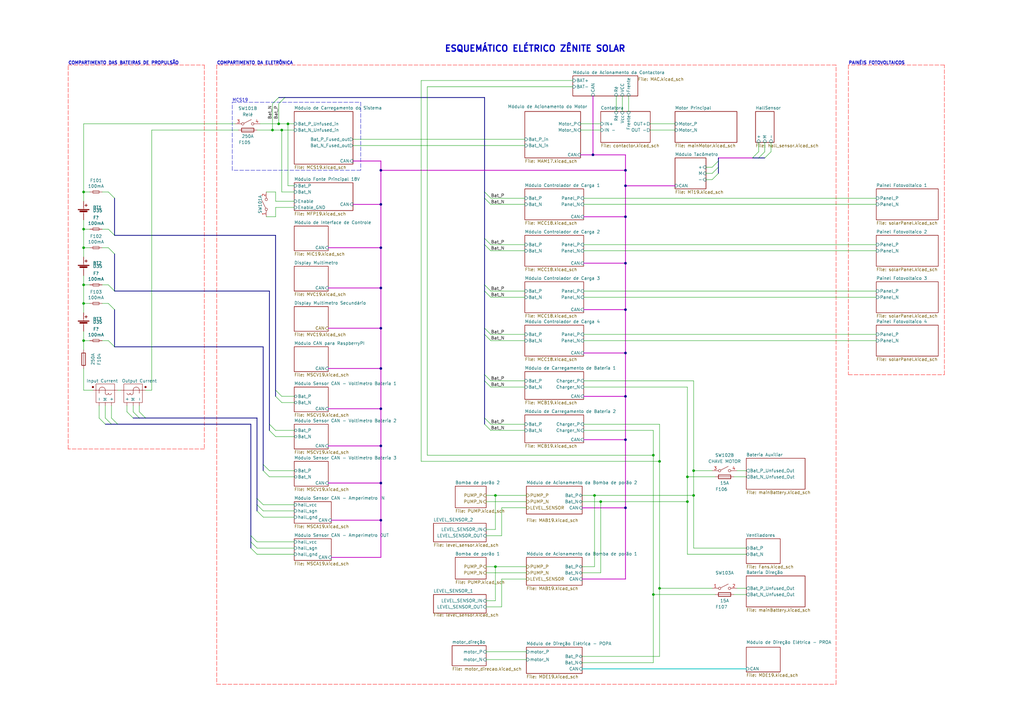
<source format=kicad_sch>
(kicad_sch (version 20211123) (generator eeschema)
  (paper "A3")
  (lib_symbols
    (symbol "Device:Battery_Cell" (pin_numbers hide) (pin_names (offset 0) hide)
      (property "Reference" "BT" (at 2.54 2.54 0))
      (property "Value" "Battery_Cell" (at 2.54 0 0))
      (symbol "Battery_Cell_0_1"
        (rectangle (start -2.286 1.778) (end 2.286 1.524) (fill (type outline)))
        (rectangle (start -1.5748 1.1938) (end 1.4732 0.6858) (fill (type outline)))
        (polyline (pts (xy 0 0.762) (xy 0 0)))
        (polyline (pts (xy 0 1.778) (xy 0 2.54)))
        (polyline (pts (xy 0.508 3.429) (xy 1.524 3.429)) (stroke (width 0.254)))
        (polyline (pts (xy 1.016 3.937) (xy 1.016 2.921)) (stroke (width 0.254)))
      )
      (symbol "Battery_Cell_1_1"
        (pin passive line (at 0 5.08 270) (length 2.54) (name "+") (number "1"))
        (pin passive line (at 0 -2.54 90) (length 2.54) (name "-") (number "2"))
      )
    )
    (symbol "Device:Fuse" (pin_numbers hide) (pin_names (offset 0))
      (property "Reference" "F" (at 2.032 0 90))
      (property "Value" "Fuse" (at -1.905 0 90))
      (symbol "Fuse_0_1"
        (rectangle (start -0.762 -2.54) (end 0.762 2.54) (stroke (width 0.254)))
        (polyline (pts (xy 0 2.54) (xy 0 -2.54)))
      )
      (symbol "Fuse_1_1"
        (pin passive line (at 0 3.81 270) (length 1.27) (name "~") (number "1"))
        (pin passive line (at 0 -3.81 90) (length 1.27) (name "~") (number "2"))
      )
    )
    (symbol "Device:Fuse_Small" (pin_numbers hide) (pin_names (offset 0.254) hide)
      (property "Reference" "F" (at 0 -1.524 0))
      (property "Value" "Fuse_Small" (at 0 1.524 0))
      (symbol "Fuse_Small_0_1"
        (rectangle (start -1.27 0.508) (end 1.27 -0.508))
        (polyline (pts (xy -1.27 0) (xy 1.27 0)))
      )
      (symbol "Fuse_Small_1_1"
        (pin passive line (at -2.54 0 0) (length 1.27) (name "~") (number "1"))
        (pin passive line (at 2.54 0 180) (length 1.27) (name "~") (number "2"))
      )
    )
    (symbol "New_Library:linear_coupler" (pin_numbers hide)
      (property "Reference" "U" (at -3.81 0 90))
      (symbol "linear_coupler_0_1"
        (rectangle (start -3.81 3.81) (end 3.81 -3.81))
        (circle (center -2.54 -5.08) (radius 0.3513) (fill (type outline)))
        (arc (start -2.54 -1.27) (mid -2.168 -2.168) (end -1.27 -2.54))
        (arc (start -1.27 0) (mid -2.168 -0.372) (end -2.54 -1.27))
        (polyline (pts (xy -1.27 -3.81) (xy -1.27 3.81)))
        (polyline (pts (xy -1.27 -2.54) (xy 0 -2.54)))
        (polyline (pts (xy -1.27 0) (xy 0 0)))
        (arc (start 0 0) (mid 0.6735 0.635) (end 0 1.27))
        (arc (start 0 1.27) (mid 0.6861 1.905) (end 0 2.54))
      )
      (symbol "linear_coupler_1_1"
        (pin passive line (at -1.27 5.08 270) (length 1.27) (name "") (number "1"))
        (pin passive line (at -1.27 -5.08 90) (length 1.27) (name "") (number "2"))
        (pin power_in line (at 5.08 2.54 180) (length 1.27) (name "+") (number "3"))
        (pin output line (at 5.08 0 180) (length 1.27) (name "M") (number "4"))
        (pin power_in line (at 5.08 -2.54 180) (length 1.27) (name "-") (number "5"))
      )
    )
    (symbol "Switch:SW_DPST_x2" (pin_names (offset 0) hide)
      (property "Reference" "SW" (at 0 3.175 0))
      (property "Value" "SW_DPST_x2" (at 0 -2.54 0))
      (symbol "SW_DPST_x2_0_0"
        (circle (center -2.032 0) (radius 0.508))
        (polyline (pts (xy -1.524 0.254) (xy 1.524 1.778)))
        (circle (center 2.032 0) (radius 0.508))
      )
      (symbol "SW_DPST_x2_1_1"
        (pin passive line (at -5.08 0 0) (length 2.54) (name "A") (number "1"))
        (pin passive line (at 5.08 0 180) (length 2.54) (name "B") (number "2"))
      )
      (symbol "SW_DPST_x2_2_1"
        (pin passive line (at -5.08 0 0) (length 2.54) (name "A") (number "3"))
        (pin passive line (at 5.08 0 180) (length 2.54) (name "B") (number "4"))
      )
    )
    (symbol "linear_coupler_1" (pin_numbers hide)
      (property "Reference" "U" (at -3.81 0 90))
      (symbol "linear_coupler_1_0_1"
        (rectangle (start -3.81 3.81) (end 3.81 -3.81))
        (circle (center -2.54 -5.08) (radius 0.3513) (fill (type outline)))
        (arc (start -2.54 -1.27) (mid -2.168 -2.168) (end -1.27 -2.54))
        (arc (start -1.27 0) (mid -2.168 -0.372) (end -2.54 -1.27))
        (polyline (pts (xy -1.27 -3.81) (xy -1.27 3.81)))
        (polyline (pts (xy -1.27 -2.54) (xy 0 -2.54)))
        (polyline (pts (xy -1.27 0) (xy 0 0)))
        (arc (start 0 0) (mid 0.6735 0.635) (end 0 1.27))
        (arc (start 0 1.27) (mid 0.6861 1.905) (end 0 2.54))
      )
      (symbol "linear_coupler_1_1_1"
        (pin passive line (at -1.27 5.08 270) (length 1.27) (name "") (number "1"))
        (pin passive line (at -1.27 -5.08 90) (length 1.27) (name "") (number "2"))
        (pin power_in line (at 5.08 2.54 180) (length 1.27) (name "+") (number "3"))
        (pin output line (at 5.08 0 180) (length 1.27) (name "M") (number "4"))
        (pin power_in line (at 5.08 -2.54 180) (length 1.27) (name "-") (number "5"))
      )
    )
  )
  (junction (at 34.29 116.84))
  (junction (at 243.205 63.5))
  (junction (at 256.54 127))
  (junction (at 114.3 50.8))
  (junction (at 203.2 232.41))
  (junction (at 256.54 107.95))
  (junction (at 256.54 180.34))
  (junction (at 256.54 88.9))
  (junction (at 156.21 151.13))
  (junction (at 34.29 124.46))
  (junction (at 156.21 182.88))
  (junction (at 115.57 53.34))
  (junction (at 156.21 69.85))
  (junction (at 156.21 118.11))
  (junction (at 156.21 167.64))
  (junction (at 156.21 134.62))
  (junction (at 281.94 195.58))
  (junction (at 156.21 101.6))
  (junction (at 256.54 144.78))
  (junction (at 281.94 205.74))
  (junction (at 256.54 69.85))
  (junction (at 256.54 162.56))
  (junction (at 267.97 186.69))
  (junction (at 118.11 50.8))
  (junction (at 34.29 78.74))
  (junction (at 284.48 203.2))
  (junction (at 284.48 193.04))
  (junction (at 243.84 203.2))
  (junction (at 267.97 243.84))
  (junction (at 156.21 213.36))
  (junction (at 34.29 93.98))
  (junction (at 156.21 198.12))
  (junction (at 156.21 83.82))
  (junction (at 270.51 189.23))
  (junction (at 34.29 101.6))
  (junction (at 256.54 208.28))
  (junction (at 203.2 203.2))
  (junction (at 111.76 53.34))
  (junction (at 270.51 241.3))
  (junction (at 256.54 76.2))
  (junction (at 246.38 205.74))
  (junction (at 34.29 139.7))
  (bus_entry (at 198.755 116.84) (size 2.54 2.54))
  (bus_entry (at 107.95 207.01) (size -2.54 -2.54))
  (bus_entry (at 316.23 62.23) (size -2.54 2.54))
  (bus_entry (at 113.03 176.53) (size -2.54 -2.54))
  (bus_entry (at 46.99 127) (size -2.54 -2.54))
  (bus_entry (at 198.755 97.79) (size 2.54 2.54))
  (bus_entry (at 113.03 162.56) (size 2.54 2.54))
  (bus_entry (at 313.69 62.23) (size -2.54 2.54))
  (bus_entry (at 102.87 222.25) (size 2.54 2.54))
  (bus_entry (at 198.755 153.67) (size 2.54 2.54))
  (bus_entry (at 114.3 42.545) (size 2.54 -2.54))
  (bus_entry (at 46.99 142.24) (size -2.54 -2.54))
  (bus_entry (at 198.755 173.99) (size 2.54 2.54))
  (bus_entry (at 110.49 176.53) (size 2.54 2.54))
  (bus_entry (at 111.76 42.545) (size 2.54 -2.54))
  (bus_entry (at 292.1 71.12) (size 2.54 -2.54))
  (bus_entry (at 198.755 171.45) (size 2.54 2.54))
  (bus_entry (at 198.755 119.38) (size 2.54 2.54))
  (bus_entry (at 57.15 168.91) (size 2.54 2.54))
  (bus_entry (at 40.64 171.45) (size 2.54 2.54))
  (bus_entry (at 45.72 171.45) (size 2.54 2.54))
  (bus_entry (at 43.18 171.45) (size 2.54 2.54))
  (bus_entry (at 52.07 168.91) (size 2.54 2.54))
  (bus_entry (at 54.61 168.91) (size 2.54 2.54))
  (bus_entry (at 46.99 119.38) (size -2.54 -2.54))
  (bus_entry (at 198.755 100.33) (size 2.54 2.54))
  (bus_entry (at 105.41 209.55) (size 2.54 2.54))
  (bus_entry (at 292.1 73.66) (size 2.54 -2.54))
  (bus_entry (at 107.95 193.04) (size 2.54 2.54))
  (bus_entry (at 46.99 104.14) (size -2.54 -2.54))
  (bus_entry (at 198.755 137.16) (size 2.54 2.54))
  (bus_entry (at 198.755 81.28) (size 2.54 2.54))
  (bus_entry (at 102.87 224.79) (size 2.54 2.54))
  (bus_entry (at 46.99 81.28) (size -2.54 -2.54))
  (bus_entry (at 46.99 96.52) (size -2.54 -2.54))
  (bus_entry (at 115.57 162.56) (size -2.54 -2.54))
  (bus_entry (at 105.41 222.25) (size -2.54 -2.54))
  (bus_entry (at 198.755 134.62) (size 2.54 2.54))
  (bus_entry (at 311.15 62.23) (size -2.54 2.54))
  (bus_entry (at 198.755 156.21) (size 2.54 2.54))
  (bus_entry (at 110.49 193.04) (size -2.54 -2.54))
  (bus_entry (at 105.41 207.01) (size 2.54 2.54))
  (bus_entry (at 198.755 78.74) (size 2.54 2.54))
  (bus_entry (at 292.1 68.58) (size 2.54 -2.54))
  (wire (pts (xy 359.41 81.28) (xy 239.395 81.28)))
  (wire (pts (xy 41.91 124.46) (xy 44.45 124.46)))
  (wire (pts (xy 34.29 90.17) (xy 34.29 93.98)))
  (wire (pts (xy 201.295 81.28) (xy 215.265 81.28)))
  (polyline (pts (xy 95.25 69.85) (xy 95.25 41.91)))
  (wire (pts (xy 252.73 39.37) (xy 252.73 45.72)))
  (wire (pts (xy 199.39 270.51) (xy 215.9 270.51)))
  (wire (pts (xy 34.29 93.98) (xy 36.83 93.98)))
  (wire (pts (xy 201.295 137.16) (xy 215.265 137.16)))
  (wire (pts (xy 43.18 166.37) (xy 43.18 171.45)))
  (bus (pts (xy 256.54 76.2) (xy 276.86 76.2)) (stroke (width 0) (color 194 0 194 1)))
  (bus (pts (xy 156.21 101.6) (xy 156.21 118.11)) (stroke (width 0) (color 194 0 194 1)))
  (wire (pts (xy 199.39 219.71) (xy 205.74 219.71)))
  (polyline (pts (xy 387.35 153.67) (xy 387.35 26.67)) (stroke (width 0) (color 255 0 0 1)))
  (bus (pts (xy 198.755 81.28) (xy 198.755 97.79)))
  (wire (pts (xy 239.395 139.7) (xy 359.41 139.7)))
  (wire (pts (xy 105.41 224.79) (xy 120.65 224.79)))
  (bus (pts (xy 198.755 119.38) (xy 198.755 134.62)))
  (wire (pts (xy 267.97 271.78) (xy 238.76 271.78)))
  (wire (pts (xy 359.41 100.33) (xy 239.395 100.33)))
  (polyline (pts (xy 88.9 280.67) (xy 342.9 280.67)) (stroke (width 0) (color 255 0 0 1)))
  (bus (pts (xy 156.21 69.85) (xy 156.21 83.82)) (stroke (width 0) (color 194 0 194 1)))
  (bus (pts (xy 134.62 151.13) (xy 156.21 151.13)) (stroke (width 0) (color 194 0 194 1)))
  (wire (pts (xy 120.65 76.2) (xy 118.11 76.2)))
  (wire (pts (xy 270.51 241.3) (xy 270.51 269.24)))
  (bus (pts (xy 198.755 97.79) (xy 198.755 100.33)))
  (wire (pts (xy 113.03 176.53) (xy 120.65 176.53)))
  (wire (pts (xy 238.76 269.24) (xy 270.51 269.24)))
  (polyline (pts (xy 88.9 26.67) (xy 88.9 280.67)) (stroke (width 0) (color 255 0 0 1)))
  (wire (pts (xy 239.395 102.87) (xy 359.41 102.87)))
  (wire (pts (xy 36.83 139.7) (xy 34.29 139.7)))
  (bus (pts (xy 156.21 118.11) (xy 156.21 134.62)) (stroke (width 0) (color 194 0 194 1)))
  (wire (pts (xy 199.39 267.335) (xy 215.9 267.335)))
  (wire (pts (xy 266.7 53.34) (xy 276.86 53.34)))
  (wire (pts (xy 201.295 158.75) (xy 215.265 158.75)))
  (wire (pts (xy 238.76 234.95) (xy 246.38 234.95)))
  (bus (pts (xy 110.49 173.99) (xy 110.49 176.53)))
  (wire (pts (xy 114.3 50.8) (xy 118.11 50.8)))
  (wire (pts (xy 243.84 203.2) (xy 284.48 203.2)))
  (wire (pts (xy 36.83 116.84) (xy 34.29 116.84)))
  (wire (pts (xy 34.29 101.6) (xy 34.29 105.41)))
  (wire (pts (xy 238.76 232.41) (xy 243.84 232.41)))
  (wire (pts (xy 267.97 243.84) (xy 293.37 243.84)))
  (bus (pts (xy 114.3 40.005) (xy 116.84 40.005)))
  (bus (pts (xy 156.21 198.12) (xy 156.21 213.36)) (stroke (width 0) (color 194 0 194 1)))
  (bus (pts (xy 134.62 198.12) (xy 156.21 198.12)) (stroke (width 0) (color 194 0 194 1)))
  (wire (pts (xy 201.295 100.33) (xy 215.265 100.33)))
  (bus (pts (xy 57.15 171.45) (xy 59.69 171.45)))
  (wire (pts (xy 34.29 151.13) (xy 34.29 160.02)))
  (wire (pts (xy 238.125 50.8) (xy 246.38 50.8)))
  (bus (pts (xy 110.49 119.38) (xy 110.49 173.99)))
  (bus (pts (xy 256.54 69.85) (xy 256.54 76.2)) (stroke (width 0) (color 194 0 194 1)))
  (wire (pts (xy 239.395 158.75) (xy 281.94 158.75)))
  (polyline (pts (xy 342.9 280.67) (xy 342.9 26.67)) (stroke (width 0) (color 255 0 0 1)))
  (bus (pts (xy 198.755 40.005) (xy 198.755 78.74)))
  (bus (pts (xy 113.03 160.02) (xy 113.03 162.56)))
  (bus (pts (xy 102.87 219.71) (xy 102.87 173.99)))
  (wire (pts (xy 172.72 33.02) (xy 172.72 189.23)))
  (wire (pts (xy 115.57 165.1) (xy 120.65 165.1)))
  (wire (pts (xy 201.295 173.99) (xy 215.265 173.99)))
  (wire (pts (xy 239.395 156.21) (xy 284.48 156.21)))
  (wire (pts (xy 59.69 160.02) (xy 62.23 160.02)))
  (wire (pts (xy 52.07 166.37) (xy 52.07 168.91)))
  (bus (pts (xy 134.62 118.11) (xy 156.21 118.11)) (stroke (width 0) (color 194 0 194 1)))
  (bus (pts (xy 107.95 190.5) (xy 107.95 193.04)))
  (wire (pts (xy 281.94 227.33) (xy 306.07 227.33)))
  (bus (pts (xy 113.03 96.52) (xy 113.03 160.02)))
  (wire (pts (xy 105.41 227.33) (xy 120.65 227.33)))
  (wire (pts (xy 201.295 102.87) (xy 215.265 102.87)))
  (wire (pts (xy 239.395 121.92) (xy 359.41 121.92)))
  (wire (pts (xy 203.2 232.41) (xy 215.9 232.41)))
  (wire (pts (xy 48.26 160.02) (xy 49.53 160.02)))
  (wire (pts (xy 34.29 78.74) (xy 34.29 82.55)))
  (wire (pts (xy 359.41 137.16) (xy 239.395 137.16)))
  (bus (pts (xy 198.755 171.45) (xy 198.755 173.99)))
  (wire (pts (xy 306.07 195.58) (xy 300.99 195.58)))
  (wire (pts (xy 203.2 246.38) (xy 203.2 232.41)))
  (wire (pts (xy 34.29 124.46) (xy 34.29 128.27)))
  (wire (pts (xy 113.03 82.55) (xy 113.03 78.74)))
  (bus (pts (xy 48.26 173.99) (xy 102.87 173.99)))
  (wire (pts (xy 281.94 205.74) (xy 246.38 205.74)))
  (bus (pts (xy 46.99 142.24) (xy 107.95 142.24)))
  (wire (pts (xy 113.03 78.74) (xy 109.22 78.74)))
  (bus (pts (xy 54.61 171.45) (xy 57.15 171.45)))
  (wire (pts (xy 284.48 203.2) (xy 284.48 193.04)))
  (wire (pts (xy 205.74 248.92) (xy 205.74 237.49)))
  (wire (pts (xy 257.81 39.37) (xy 257.81 45.72)))
  (wire (pts (xy 115.57 53.34) (xy 115.57 78.74)))
  (wire (pts (xy 289.56 68.58) (xy 292.1 68.58)))
  (bus (pts (xy 294.64 66.04) (xy 294.64 68.58)))
  (wire (pts (xy 201.295 121.92) (xy 215.265 121.92)))
  (bus (pts (xy 308.61 64.77) (xy 294.64 64.77)) (stroke (width 0) (color 194 0 194 1)))
  (bus (pts (xy 46.99 127) (xy 46.99 142.24)))
  (wire (pts (xy 62.23 53.34) (xy 97.79 53.34)))
  (wire (pts (xy 199.39 217.17) (xy 203.2 217.17)))
  (bus (pts (xy 256.54 76.2) (xy 256.54 88.9)) (stroke (width 0) (color 194 0 194 1)))
  (wire (pts (xy 144.78 57.15) (xy 215.265 57.15)))
  (wire (pts (xy 201.295 176.53) (xy 215.265 176.53)))
  (bus (pts (xy 134.62 182.88) (xy 156.21 182.88)) (stroke (width 0) (color 194 0 194 1)))
  (wire (pts (xy 281.94 205.74) (xy 281.94 227.33)))
  (wire (pts (xy 199.39 234.95) (xy 215.9 234.95)))
  (wire (pts (xy 175.26 35.56) (xy 234.95 35.56)))
  (bus (pts (xy 239.395 127) (xy 256.54 127)) (stroke (width 0) (color 194 0 194 1)))
  (polyline (pts (xy 387.35 26.67) (xy 347.98 26.67)) (stroke (width 0) (color 255 0 0 1)))
  (wire (pts (xy 111.76 53.34) (xy 115.57 53.34)))
  (wire (pts (xy 120.65 85.09) (xy 113.03 85.09)))
  (bus (pts (xy 198.755 137.16) (xy 198.755 153.67)))
  (wire (pts (xy 34.29 50.8) (xy 96.52 50.8)))
  (bus (pts (xy 156.21 167.64) (xy 156.21 182.88)) (stroke (width 0) (color 194 0 194 1)))
  (bus (pts (xy 239.395 180.34) (xy 256.54 180.34)) (stroke (width 0) (color 194 0 194 1)))
  (bus (pts (xy 256.54 208.28) (xy 256.54 237.49)) (stroke (width 0) (color 194 0 194 1)))
  (wire (pts (xy 255.27 39.37) (xy 255.27 45.72)))
  (bus (pts (xy 311.15 64.77) (xy 308.61 64.77)))
  (wire (pts (xy 199.39 246.38) (xy 203.2 246.38)))
  (bus (pts (xy 294.64 64.77) (xy 294.64 66.04)))
  (wire (pts (xy 203.2 203.2) (xy 215.9 203.2)))
  (wire (pts (xy 270.51 189.23) (xy 270.51 241.3)))
  (wire (pts (xy 34.29 113.03) (xy 34.29 116.84)))
  (bus (pts (xy 45.72 173.99) (xy 48.26 173.99)))
  (wire (pts (xy 302.26 241.3) (xy 306.07 241.3)))
  (polyline (pts (xy 83.82 184.15) (xy 27.94 184.15)) (stroke (width 0) (color 255 0 0 1)))
  (bus (pts (xy 198.755 153.67) (xy 198.755 156.21)))
  (wire (pts (xy 267.97 186.69) (xy 267.97 243.84)))
  (wire (pts (xy 246.38 205.74) (xy 246.38 234.95)))
  (bus (pts (xy 134.62 167.64) (xy 156.21 167.64)) (stroke (width 0) (color 194 0 194 1)))
  (wire (pts (xy 105.41 222.25) (xy 120.65 222.25)))
  (bus (pts (xy 243.205 63.5) (xy 256.54 63.5)) (stroke (width 0) (color 194 0 194 1)))
  (wire (pts (xy 36.83 101.6) (xy 34.29 101.6)))
  (bus (pts (xy 239.395 88.9) (xy 256.54 88.9)) (stroke (width 0) (color 194 0 194 1)))
  (wire (pts (xy 266.7 50.8) (xy 276.86 50.8)))
  (wire (pts (xy 115.57 162.56) (xy 120.65 162.56)))
  (wire (pts (xy 120.65 82.55) (xy 113.03 82.55)))
  (wire (pts (xy 281.94 158.75) (xy 281.94 195.58)))
  (wire (pts (xy 201.295 139.7) (xy 215.265 139.7)))
  (wire (pts (xy 267.97 176.53) (xy 267.97 186.69)))
  (wire (pts (xy 62.23 53.34) (xy 62.23 160.02)))
  (wire (pts (xy 34.29 93.98) (xy 34.29 101.6)))
  (wire (pts (xy 34.29 135.89) (xy 34.29 139.7)))
  (polyline (pts (xy 342.9 26.67) (xy 88.9 26.67)) (stroke (width 0) (color 255 0 0 1)))
  (wire (pts (xy 284.48 224.79) (xy 306.07 224.79)))
  (bus (pts (xy 134.62 134.62) (xy 156.21 134.62)) (stroke (width 0) (color 194 0 194 1)))
  (bus (pts (xy 156.21 198.12) (xy 156.21 182.88)) (stroke (width 0) (color 194 0 194 1)))
  (bus (pts (xy 156.21 151.13) (xy 156.21 167.64)) (stroke (width 0) (color 194 0 194 1)))
  (wire (pts (xy 144.78 59.69) (xy 215.265 59.69)))
  (wire (pts (xy 115.57 53.34) (xy 120.65 53.34)))
  (bus (pts (xy 135.89 213.36) (xy 156.21 213.36)) (stroke (width 0) (color 194 0 194 1)))
  (bus (pts (xy 156.21 134.62) (xy 156.21 151.13)) (stroke (width 0) (color 194 0 194 1)))
  (wire (pts (xy 292.1 193.04) (xy 284.48 193.04)))
  (wire (pts (xy 34.29 160.02) (xy 38.1 160.02)))
  (bus (pts (xy 198.755 116.84) (xy 198.755 119.38)))
  (wire (pts (xy 205.74 219.71) (xy 205.74 208.28)))
  (wire (pts (xy 293.37 195.58) (xy 281.94 195.58)))
  (wire (pts (xy 201.295 119.38) (xy 215.265 119.38)))
  (wire (pts (xy 41.91 116.84) (xy 44.45 116.84)))
  (bus (pts (xy 198.755 134.62) (xy 198.755 137.16)))
  (wire (pts (xy 106.68 50.8) (xy 114.3 50.8)))
  (bus (pts (xy 256.54 63.5) (xy 256.54 69.85)) (stroke (width 0) (color 194 0 194 1)))
  (bus (pts (xy 102.87 222.25) (xy 102.87 219.71)))
  (bus (pts (xy 156.21 213.36) (xy 156.21 228.6)) (stroke (width 0) (color 194 0 194 1)))
  (wire (pts (xy 118.11 50.8) (xy 118.11 76.2)))
  (wire (pts (xy 199.39 205.74) (xy 215.9 205.74)))
  (bus (pts (xy 239.395 162.56) (xy 256.54 162.56)) (stroke (width 0) (color 194 0 194 1)))
  (wire (pts (xy 41.91 93.98) (xy 44.45 93.98)))
  (wire (pts (xy 41.91 78.74) (xy 44.45 78.74)))
  (bus (pts (xy 46.99 119.38) (xy 110.49 119.38)))
  (wire (pts (xy 270.51 241.3) (xy 292.1 241.3)))
  (wire (pts (xy 107.95 209.55) (xy 120.65 209.55)))
  (wire (pts (xy 113.03 179.07) (xy 120.65 179.07)))
  (wire (pts (xy 34.29 50.8) (xy 34.29 78.74)))
  (wire (pts (xy 107.95 207.01) (xy 120.65 207.01)))
  (bus (pts (xy 43.18 173.99) (xy 45.72 173.99)))
  (wire (pts (xy 267.97 176.53) (xy 239.395 176.53)))
  (wire (pts (xy 45.72 166.37) (xy 45.72 171.45)))
  (bus (pts (xy 256.54 144.78) (xy 256.54 162.56)) (stroke (width 0) (color 194 0 194 1)))
  (wire (pts (xy 172.72 33.02) (xy 234.95 33.02)))
  (wire (pts (xy 284.48 203.2) (xy 284.48 224.79)))
  (wire (pts (xy 205.74 208.28) (xy 215.9 208.28)))
  (wire (pts (xy 239.395 173.99) (xy 270.51 173.99)))
  (bus (pts (xy 238.76 208.28) (xy 256.54 208.28)) (stroke (width 0) (color 194 0 194 1)))
  (bus (pts (xy 198.755 78.74) (xy 198.755 81.28)))
  (bus (pts (xy 256.54 107.95) (xy 256.54 127)) (stroke (width 0) (color 194 0 194 1)))
  (wire (pts (xy 199.39 203.2) (xy 203.2 203.2)))
  (wire (pts (xy 311.15 58.42) (xy 311.15 62.23)))
  (wire (pts (xy 110.49 193.04) (xy 120.65 193.04)))
  (wire (pts (xy 113.03 85.09) (xy 113.03 88.9)))
  (wire (pts (xy 54.61 166.37) (xy 54.61 168.91)))
  (polyline (pts (xy 147.955 69.85) (xy 95.25 69.85)))
  (wire (pts (xy 118.11 50.8) (xy 120.65 50.8)))
  (wire (pts (xy 199.39 232.41) (xy 203.2 232.41)))
  (bus (pts (xy 256.54 180.34) (xy 256.54 208.28)) (stroke (width 0) (color 194 0 194 1)))
  (bus (pts (xy 46.99 96.52) (xy 113.03 96.52)))
  (wire (pts (xy 34.29 139.7) (xy 34.29 143.51)))
  (wire (pts (xy 114.3 42.545) (xy 114.3 50.8)))
  (wire (pts (xy 239.395 83.82) (xy 359.41 83.82)))
  (bus (pts (xy 135.89 228.6) (xy 156.21 228.6)) (stroke (width 0) (color 194 0 194 1)))
  (bus (pts (xy 102.87 224.79) (xy 102.87 222.25)))
  (wire (pts (xy 306.07 243.84) (xy 300.99 243.84)))
  (wire (pts (xy 238.76 203.2) (xy 243.84 203.2)))
  (wire (pts (xy 205.74 237.49) (xy 215.9 237.49)))
  (bus (pts (xy 239.395 144.78) (xy 256.54 144.78)) (stroke (width 0) (color 194 0 194 1)))
  (bus (pts (xy 198.755 100.33) (xy 198.755 116.84)))
  (polyline (pts (xy 95.25 41.91) (xy 147.955 41.91)))
  (wire (pts (xy 238.76 205.74) (xy 246.38 205.74)))
  (wire (pts (xy 243.84 203.2) (xy 243.84 232.41)))
  (wire (pts (xy 36.83 124.46) (xy 34.29 124.46)))
  (wire (pts (xy 284.48 156.21) (xy 284.48 193.04)))
  (bus (pts (xy 144.78 83.82) (xy 156.21 83.82)) (stroke (width 0) (color 194 0 194 1)))
  (bus (pts (xy 238.125 63.5) (xy 243.205 63.5)) (stroke (width 0) (color 194 0 194 1)))
  (wire (pts (xy 113.03 88.9) (xy 109.22 88.9)))
  (wire (pts (xy 175.26 186.69) (xy 267.97 186.69)))
  (wire (pts (xy 270.51 173.99) (xy 270.51 189.23)))
  (bus (pts (xy 116.84 40.005) (xy 198.755 40.005)))
  (wire (pts (xy 289.56 71.12) (xy 292.1 71.12)))
  (bus (pts (xy 256.54 127) (xy 256.54 144.78)) (stroke (width 0) (color 194 0 194 1)))
  (bus (pts (xy 239.395 107.95) (xy 256.54 107.95)) (stroke (width 0) (color 194 0 194 1)))
  (wire (pts (xy 36.83 78.74) (xy 34.29 78.74)))
  (wire (pts (xy 34.29 116.84) (xy 34.29 124.46)))
  (bus (pts (xy 238.76 274.32) (xy 306.07 274.32)) (stroke (width 0) (color 0 194 194 1)))
  (bus (pts (xy 59.69 171.45) (xy 105.41 171.45)))
  (bus (pts (xy 238.76 237.49) (xy 256.54 237.49)) (stroke (width 0) (color 194 0 194 1)))
  (bus (pts (xy 256.54 162.56) (xy 256.54 180.34)) (stroke (width 0) (color 194 0 194 1)))
  (bus (pts (xy 294.64 68.58) (xy 294.64 71.12)))
  (wire (pts (xy 313.69 58.42) (xy 313.69 62.23)))
  (bus (pts (xy 256.54 88.9) (xy 256.54 107.95)) (stroke (width 0) (color 194 0 194 1)))
  (wire (pts (xy 107.95 212.09) (xy 120.65 212.09)))
  (bus (pts (xy 243.205 39.37) (xy 243.205 63.5)) (stroke (width 0) (color 194 0 194 1)))
  (bus (pts (xy 46.99 104.14) (xy 46.99 119.38)))
  (bus (pts (xy 105.41 209.55) (xy 105.41 207.01)))
  (wire (pts (xy 359.41 119.38) (xy 239.395 119.38)))
  (wire (pts (xy 172.72 189.23) (xy 270.51 189.23)))
  (wire (pts (xy 111.76 42.545) (xy 111.76 53.34)))
  (wire (pts (xy 120.65 78.74) (xy 115.57 78.74)))
  (wire (pts (xy 281.94 195.58) (xy 281.94 205.74)))
  (wire (pts (xy 267.97 243.84) (xy 267.97 271.78)))
  (polyline (pts (xy 27.94 26.67) (xy 83.82 26.67)) (stroke (width 0) (color 255 0 0 1)))
  (polyline (pts (xy 83.82 26.67) (xy 83.82 184.15)) (stroke (width 0) (color 255 0 0 1)))
  (wire (pts (xy 105.41 53.34) (xy 111.76 53.34)))
  (wire (pts (xy 306.07 193.04) (xy 302.26 193.04)))
  (polyline (pts (xy 27.94 184.15) (xy 27.94 26.67)) (stroke (width 0) (color 255 0 0 1)))
  (bus (pts (xy 156.21 66.04) (xy 156.21 69.85)) (stroke (width 0) (color 194 0 194 1)))
  (bus (pts (xy 134.62 101.6) (xy 156.21 101.6)) (stroke (width 0) (color 194 0 194 1)))
  (wire (pts (xy 289.56 73.66) (xy 292.1 73.66)))
  (wire (pts (xy 175.26 35.56) (xy 175.26 186.69)))
  (bus (pts (xy 107.95 142.24) (xy 107.95 190.5)))
  (wire (pts (xy 199.39 248.92) (xy 205.74 248.92)))
  (wire (pts (xy 201.295 156.21) (xy 215.265 156.21)))
  (polyline (pts (xy 347.98 26.67) (xy 347.98 153.67)) (stroke (width 0) (color 255 0 0 1)))
  (wire (pts (xy 238.125 53.34) (xy 246.38 53.34)))
  (bus (pts (xy 156.21 83.82) (xy 156.21 101.6)) (stroke (width 0) (color 194 0 194 1)))
  (wire (pts (xy 41.91 139.7) (xy 44.45 139.7)))
  (wire (pts (xy 203.2 217.17) (xy 203.2 203.2)))
  (wire (pts (xy 41.91 101.6) (xy 44.45 101.6)))
  (wire (pts (xy 201.295 83.82) (xy 215.265 83.82)))
  (bus (pts (xy 198.755 156.21) (xy 198.755 171.45)))
  (wire (pts (xy 40.64 166.37) (xy 40.64 171.45)))
  (wire (pts (xy 316.23 58.42) (xy 316.23 62.23)))
  (polyline (pts (xy 347.98 153.67) (xy 387.35 153.67)) (stroke (width 0) (color 255 0 0 1)))
  (polyline (pts (xy 147.955 41.91) (xy 147.955 69.85)))
  (bus (pts (xy 144.78 66.04) (xy 156.21 66.04)) (stroke (width 0) (color 194 0 194 1)))
  (wire (pts (xy 57.15 166.37) (xy 57.15 168.91)))
  (bus (pts (xy 105.41 204.47) (xy 105.41 171.45)))
  (bus (pts (xy 46.99 81.28) (xy 46.99 96.52)))
  (bus (pts (xy 313.69 64.77) (xy 311.15 64.77)))
  (bus (pts (xy 105.41 207.01) (xy 105.41 204.47)))
  (wire (pts (xy 110.49 195.58) (xy 120.65 195.58)))
  (bus (pts (xy 156.21 69.85) (xy 256.54 69.85)) (stroke (width 0) (color 194 0 194 1)))
  (text "COMPARTIMENTO DAS BATEIRAS DE PROPULSÃO" (at 27.94 26.67 0) (effects (font (size 1.27 1.27) (thickness 0.254) bold) (justify left bottom)))
  (text "PAINÉIS FOTOVOLTAICOS" (at 347.98 26.67 0) (effects (font (size 1.27 1.27) (thickness 0.254) bold) (justify left bottom)))
  (text "COMPARTIMENTO DA ELETRÔNICA" (at 88.9 26.67 0) (effects (font (size 1.27 1.27) (thickness 0.254) bold) (justify left bottom)))
  (text "ESQUEMÁTICO ELÉTRICO ZÊNITE SOLAR" (at 182.245 21.59 0) (effects (font (size 2.54 2.54) (thickness 0.508) bold) (justify left bottom)))
  (text "MCS19" (at 95.25 41.91 0) (effects (font (size 1.27 1.27)) (justify left bottom)))
  (label "Bat_N" (at 201.295 83.82 0))
  (label "Bat_N" (at 201.295 139.7 0))
  (label "Bat_P" (at 114.3 48.895 90))
  (label "Bat_P" (at 201.295 81.28 0))
  (label "Bat_P" (at 201.295 156.21 0))
  (label "Bat_P" (at 201.295 173.99 0))
  (label "Bat_N" (at 201.295 121.92 0))
  (label "Bat_P" (at 201.295 119.38 0))
  (label "Bat_N" (at 111.76 48.895 90))
  (label "Bat_P" (at 201.295 137.16 0))
  (label "Bat_N" (at 201.295 102.87 0))
  (label "Bat_N" (at 201.295 176.53 0))
  (label "Bat_N" (at 201.295 158.75 0))
  (label "Bat_P" (at 201.295 100.33 0))
  (hierarchical_label "PUMP_N" (shape output) (at 215.9 205.74 0))
  (hierarchical_label "CAN" (shape output) (at 134.62 134.62 180))
  (hierarchical_label "LEVEL_SENSOR" (shape output) (at 215.9 208.28 0))
  (hierarchical_label "PUMP_N" (shape output) (at 215.9 234.95 0))
  (hierarchical_label "PUMP_P" (shape output) (at 215.9 203.2 0))
  (hierarchical_label "PUMP_P" (shape output) (at 215.9 232.41 0))
  (hierarchical_label "PUMP_N" (shape output) (at 199.39 234.95 180))
  (hierarchical_label "PUMP_N" (shape output) (at 199.39 205.74 180))
  (hierarchical_label "LEVEL_SENSOR" (shape output) (at 215.9 237.49 0))
  (hierarchical_label "PUMP_P" (shape output) (at 199.39 232.41 180))
  (hierarchical_label "PUMP_P" (shape output) (at 199.39 203.2 180))
  (symbol (lib_id "Device:Fuse") (at 101.6 53.34 90) (unit 1)
    (property "Reference" "F105" (at 100.33 58.42 90))
    (property "Value" "250A" (at 101.6 55.88 90))
  )
  (symbol (lib_id "Switch:SW_DPST_x2") (at 101.6 50.8 0) (unit 2)
    (property "Reference" "SW101" (at 101.6 44.45 0))
    (property "Value" "Relé" (at 101.6 46.99 0))
  )
  (symbol (lib_id "Device:Fuse") (at 297.18 195.58 90) (unit 1)
    (property "Reference" "F106" (at 295.91 200.66 90))
    (property "Value" "15A" (at 297.18 198.12 90))
  )
  (symbol (lib_id "Switch:SW_DPST_x2") (at 297.18 193.04 0) (unit 2)
    (property "Reference" "SW102" (at 297.18 186.69 0))
    (property "Value" " CHAVE MOTOR" (at 297.18 189.23 0))
  )
  (symbol (lib_id "Device:Fuse") (at 297.18 243.84 90) (unit 1)
    (property "Reference" "F107" (at 295.91 248.92 90))
    (property "Value" "15A" (at 297.18 246.38 90))
  )
  (symbol (lib_id "Switch:SW_DPST_x2") (at 297.18 241.3 0) (unit 1)
    (property "Reference" "SW103" (at 297.18 234.95 0))
    (property "Value" " " (at 297.18 237.49 0))
  )
  (symbol (lib_id "Switch:SW_DPST_x2") (at 109.22 83.82 90) (unit 1)
    (property "Reference" "SW101" (at 106.68 83.82 0))
    (property "Value" " " (at 105.41 83.82 0))
  )
  (symbol (lib_id "Device:Battery_Cell") (at 34.29 87.63 0) (unit 1)
    (property "Reference" "BT1" (at 38.1 85.09 0) (effects (justify left)))
    (property "Value" "D35" (at 38.1 86.36 0) (effects (justify left)))
  )
  (symbol (lib_id "Device:Battery_Cell") (at 34.29 110.49 0) (unit 1)
    (property "Reference" "BT2" (at 38.1 107.95 0) (effects (justify left)))
    (property "Value" "D35" (at 38.1 109.22 0) (effects (justify left)))
  )
  (symbol (lib_id "Device:Battery_Cell") (at 34.29 133.35 0) (unit 1)
    (property "Reference" "BT3" (at 38.1 130.81 0) (effects (justify left)))
    (property "Value" "D35" (at 38.1 132.08 0) (effects (justify left)))
  )
  (symbol (lib_id "Device:Fuse") (at 34.29 147.32 180) (unit 1)
    (property "Reference" "F104" (at 40.64 147.32 90))
    (property "Value" "250A" (at 38.1 147.32 90))
  )
  (symbol (lib_id "Device:Fuse_Small") (at 39.37 101.6 0) (unit 1)
    (property "Reference" "F102" (at 39.37 96.901 0))
    (property "Value" "100mA" (at 39.37 99.2124 0))
  )
  (symbol (lib_id "Device:Fuse_Small") (at 39.37 124.46 0) (unit 1)
    (property "Reference" "F103" (at 39.37 119.761 0))
    (property "Value" "100mA" (at 39.37 122.0724 0))
  )
  (symbol (lib_id "Device:Fuse_Small") (at 39.37 78.74 0) (unit 1)
    (property "Reference" "F101" (at 39.37 74.041 0))
    (property "Value" "100mA" (at 39.37 76.3524 0))
  )
  (symbol (lib_id "Device:Fuse_Small") (at 39.37 139.7 0) (unit 1)
    (property "Reference" "F?" (at 39.37 135.001 0))
    (property "Value" "100mA" (at 39.37 137.3124 0))
  )
  (symbol (lib_id "Device:Fuse_Small") (at 39.37 116.84 0) (unit 1)
    (property "Reference" "F?" (at 39.37 112.141 0))
    (property "Value" "100mA" (at 39.37 114.4524 0))
  )
  (symbol (lib_id "Device:Fuse_Small") (at 39.37 93.98 0) (unit 1)
    (property "Reference" "F?" (at 39.37 89.281 0))
    (property "Value" "100mA" (at 39.37 91.5924 0))
  )
  (symbol (lib_name "linear_coupler_1") (lib_id "New_Library:linear_coupler") (at 43.18 161.29 270) (unit 1)
    (property "Reference" "U?" (effects hide))
    (property "Value" "Input Current" (at 41.91 156.21 90))
  )
  (symbol (lib_id "New_Library:linear_coupler") (at 54.61 161.29 90) (mirror x) (unit 1)
    (property "Reference" "U?" (effects hide))
    (property "Value" "Output Current" (at 57.15 156.21 90))
  )
  (sheet (at 120.65 45.72) (size 24.13 21.59)
    (property "Sheet name" "Módulo de Carregamento do Sistema" (at 120.65 45.0084 0) (effects (justify left bottom)))
    (property "Sheet file" "MCS19.kicad_sch" (at 120.65 67.8946 0) (effects (justify left top)))
    (pin "Bat_P_Unfused_in" input (at 120.65 50.8 180))
    (pin "Bat_N_Unfused_in" input (at 120.65 53.34 180))
    (pin "Bat_P_Fused_out" output (at 144.78 57.15 0))
    (pin "Bat_N_Fused_out" output (at 144.78 59.69 0))
    (pin "CAN" input (at 144.78 66.04 0))
  )
  (sheet (at 215.265 45.72) (size 22.86 19.05)
    (property "Sheet name" "Módulo de Acionamento do Motor" (at 208.28 44.45 0) (effects (justify left bottom)))
    (property "Sheet file" "MAM17.kicad_sch" (at 215.265 65.3546 0) (effects (justify left top)))
    (pin "Bat_P_in" input (at 215.265 57.15 180))
    (pin "Bat_N_in" input (at 215.265 59.69 180))
    (pin "Motor_P" input (at 238.125 50.8 0))
    (pin "Motor_N" input (at 238.125 53.34 0))
    (pin "CAN" input (at 238.125 63.5 0))
  )
  (sheet (at 120.65 173.99) (size 13.97 10.16)
    (property "Sheet name" "Módulo Sensor CAN - Voltimetro Bateria 2" (at 120.65 173.2784 0) (effects (justify left bottom)))
    (property "Sheet file" "MSCV19.kicad_sch" (at 120.65 184.7346 0) (effects (justify left top)))
    (pin "Bat_P" tri_state (at 120.65 176.53 180))
    (pin "Bat_N" tri_state (at 120.65 179.07 180))
    (pin "CAN" input (at 134.62 182.88 0))
  )
  (sheet (at 120.65 205.74) (size 15.24 8.89)
    (property "Sheet name" "Módulo Sensor CAN - Amperímetro IN" (at 120.65 205.0284 0) (effects (justify left bottom)))
    (property "Sheet file" "MSCA19.kicad_sch" (at 120.65 215.2146 0) (effects (justify left top)))
    (pin "CAN" input (at 135.89 213.36 0))
    (pin "hall_sgn" input (at 120.65 209.55 180))
    (pin "hall_vcc" input (at 120.65 207.01 180))
    (pin "hall_gnd" input (at 120.65 212.09 180))
  )
  (sheet (at 120.65 220.98) (size 15.24 8.89)
    (property "Sheet name" "Módulo Sensor CAN - Amperímetro OUT" (at 120.65 220.2684 0) (effects (justify left bottom)))
    (property "Sheet file" "MSCA19.kicad_sch" (at 120.65 230.4546 0) (effects (justify left top)))
    (pin "CAN" input (at 135.89 228.6 0))
    (pin "hall_sgn" input (at 120.65 224.79 180))
    (pin "hall_vcc" input (at 120.65 222.25 180))
    (pin "hall_gnd" input (at 120.65 227.33 180))
  )
  (sheet (at 215.265 77.47) (size 24.13 12.7)
    (property "Sheet name" "Módulo Controlador de Carga 1" (at 215.265 76.7584 0) (effects (justify left bottom)))
    (property "Sheet file" "MCC18.kicad_sch" (at 215.265 90.7546 0) (effects (justify left top)))
    (pin "Panel_P" input (at 239.395 81.28 0))
    (pin "Panel_N" input (at 239.395 83.82 0))
    (pin "Bat_P" input (at 215.265 81.28 180))
    (pin "Bat_N" input (at 215.265 83.82 180))
    (pin "CAN" input (at 239.395 88.9 0))
  )
  (sheet (at 276.86 45.72) (size 25.4 12.7)
    (property "Sheet name" "Motor Principal" (at 276.86 45.0084 0) (effects (justify left bottom)))
    (property "Sheet file" "mainMotor.kicad_sch" (at 276.86 59.0046 0) (effects (justify left top)))
    (pin "Motor_P" input (at 276.86 50.8 180))
    (pin "Motor_N" input (at 276.86 53.34 180))
  )
  (sheet (at 359.41 77.47) (size 25.4 12.7)
    (property "Sheet name" "Painel Fotovoltaico 1" (at 359.41 76.7584 0) (effects (justify left bottom)))
    (property "Sheet file" "solarPanel.kicad_sch" (at 359.41 90.7546 0) (effects (justify left top)))
    (pin "Panel_P" input (at 359.41 81.28 180))
    (pin "Panel_N" input (at 359.41 83.82 180))
  )
  (sheet (at 215.265 96.52) (size 24.13 12.7)
    (property "Sheet name" "Módulo Controlador de Carga 2" (at 215.265 95.8084 0) (effects (justify left bottom)))
    (property "Sheet file" "MCC18.kicad_sch" (at 215.265 109.8046 0) (effects (justify left top)))
    (pin "Panel_P" input (at 239.395 100.33 0))
    (pin "Panel_N" input (at 239.395 102.87 0))
    (pin "Bat_P" input (at 215.265 100.33 180))
    (pin "Bat_N" input (at 215.265 102.87 180))
    (pin "CAN" input (at 239.395 107.95 0))
  )
  (sheet (at 359.41 96.52) (size 25.4 12.7)
    (property "Sheet name" "Painel Fotovoltaico 2" (at 359.41 95.8084 0) (effects (justify left bottom)))
    (property "Sheet file" "solarPanel.kicad_sch" (at 359.41 109.8046 0) (effects (justify left top)))
    (pin "Panel_P" input (at 359.41 100.33 180))
    (pin "Panel_N" input (at 359.41 102.87 180))
  )
  (sheet (at 215.265 115.57) (size 24.13 12.7)
    (property "Sheet name" "Módulo Controlador de Carga 3" (at 215.265 114.8584 0) (effects (justify left bottom)))
    (property "Sheet file" "MCC18.kicad_sch" (at 215.265 128.8546 0) (effects (justify left top)))
    (pin "Panel_P" input (at 239.395 119.38 0))
    (pin "Panel_N" input (at 239.395 121.92 0))
    (pin "Bat_P" input (at 215.265 119.38 180))
    (pin "Bat_N" input (at 215.265 121.92 180))
    (pin "CAN" input (at 239.395 127 0))
  )
  (sheet (at 359.41 115.57) (size 25.4 12.7)
    (property "Sheet name" "Painel Fotovoltaico 3" (at 359.41 114.8584 0) (effects (justify left bottom)))
    (property "Sheet file" "solarPanel.kicad_sch" (at 359.41 128.8546 0) (effects (justify left top)))
    (pin "Panel_P" input (at 359.41 119.38 180))
    (pin "Panel_N" input (at 359.41 121.92 180))
  )
  (sheet (at 215.265 133.35) (size 24.13 12.7)
    (property "Sheet name" "Módulo Controlador de Carga 4" (at 215.265 132.6384 0) (effects (justify left bottom)))
    (property "Sheet file" "MCC18.kicad_sch" (at 215.265 146.6346 0) (effects (justify left top)))
    (pin "Panel_P" input (at 239.395 137.16 0))
    (pin "Panel_N" input (at 239.395 139.7 0))
    (pin "Bat_P" input (at 215.265 137.16 180))
    (pin "Bat_N" input (at 215.265 139.7 180))
    (pin "CAN" input (at 239.395 144.78 0))
  )
  (sheet (at 359.41 133.35) (size 25.4 12.7)
    (property "Sheet name" "Painel Fotovoltaico 4" (at 359.41 132.6384 0) (effects (justify left bottom)))
    (property "Sheet file" "solarPanel.kicad_sch" (at 359.41 146.6346 0) (effects (justify left top)))
    (pin "Panel_P" input (at 359.41 137.16 180))
    (pin "Panel_N" input (at 359.41 139.7 180))
  )
  (sheet (at 215.265 152.4) (size 24.13 11.43)
    (property "Sheet name" "Módulo de Carregamento de Bateria 1" (at 215.265 151.6884 0) (effects (justify left bottom)))
    (property "Sheet file" "MCB19.kicad_sch" (at 215.265 164.4146 0) (effects (justify left top)))
    (pin "Bat_P" input (at 215.265 156.21 180))
    (pin "Bat_N" input (at 215.265 158.75 180))
    (pin "Charger_P" input (at 239.395 156.21 0))
    (pin "Charger_N" input (at 239.395 158.75 0))
    (pin "CAN" input (at 239.395 162.56 0))
  )
  (sheet (at 276.86 64.77) (size 12.7 12.7)
    (property "Sheet name" "Módulo Tacômetro" (at 276.86 64.0584 0) (effects (justify left bottom)))
    (property "Sheet file" "MT19.kicad_sch" (at 276.86 78.0546 0) (effects (justify left top)))
    (pin "CAN" input (at 276.86 76.2 180))
    (pin "+" input (at 289.56 68.58 0))
    (pin "M" input (at 289.56 71.12 0))
    (pin "-" input (at 289.56 73.66 0))
  )
  (sheet (at 120.65 142.24) (size 13.97 10.16)
    (property "Sheet name" "Módulo CAN para RaspberryPI" (at 120.65 141.5284 0) (effects (justify left bottom)))
    (property "Sheet file" "MSCV19.kicad_sch" (at 120.65 152.9846 0) (effects (justify left top)))
    (pin "CAN" input (at 134.62 151.13 0))
  )
  (sheet (at 120.65 74.93) (size 24.13 11.43)
    (property "Sheet name" "Módulo Fonte Principal 18V" (at 120.65 74.2184 0) (effects (justify left bottom)))
    (property "Sheet file" "MFP19.kicad_sch" (at 120.65 86.9446 0) (effects (justify left top)))
    (pin "CAN" input (at 144.78 83.82 0))
    (pin "Bat_P" input (at 120.65 76.2 180))
    (pin "Bat_N" input (at 120.65 78.74 180))
    (pin "Enable_GND" input (at 120.65 85.09 180))
    (pin "Enable" input (at 120.65 82.55 180))
  )
  (sheet (at 120.65 109.22) (size 13.97 10.16)
    (property "Sheet name" "Display Multímetro" (at 120.65 108.5084 0) (effects (justify left bottom)))
    (property "Sheet file" "MVC19.kicad_sch" (at 120.65 119.9646 0) (effects (justify left top)))
    (pin "CAN" input (at 134.62 118.11 0))
  )
  (sheet (at 120.65 92.71) (size 13.97 10.16)
    (property "Sheet name" "Módulo de Interface de Controle" (at 120.65 91.9984 0) (effects (justify left bottom)))
    (property "Sheet file" "MIC19.kicad_sch" (at 120.65 103.4546 0) (effects (justify left top)))
    (pin "CAN" input (at 134.62 101.6 0))
  )
  (sheet (at 215.9 228.6) (size 22.86 11.43)
    (property "Sheet name" "Módulo de Acionamento da Bomba de porão 1" (at 215.9 227.8884 0) (effects (justify left bottom)))
    (property "Sheet file" "MAB19.kicad_sch" (at 215.9 240.6146 0) (effects (justify left top)))
    (pin "Bat_P" tri_state (at 238.76 232.41 0))
    (pin "Bat_N" tri_state (at 238.76 234.95 0))
    (pin "CAN" input (at 238.76 237.49 0))
  )
  (sheet (at 215.9 265.43) (size 22.86 10.795)
    (property "Sheet name" "Módulo de Direção Elétrica - POPA" (at 215.9 264.7184 0) (effects (justify left bottom)))
    (property "Sheet file" "MDE19.kicad_sch" (at 215.9 276.8096 0) (effects (justify left top)))
    (pin "Bat_P" tri_state (at 238.76 269.24 0))
    (pin "Bat_N" tri_state (at 238.76 271.78 0))
    (pin "CAN" input (at 238.76 274.32 0))
    (pin "motor_P" input (at 215.9 267.335 180))
    (pin "motor_N" input (at 215.9 270.51 180))
  )
  (sheet (at 306.07 265.43) (size 13.97 10.16)
    (property "Sheet name" "Módulo de Direção Elétrica - PROA" (at 306.07 264.16 0) (effects (justify left bottom)))
    (property "Sheet file" "MDE19.kicad_sch" (at 306.07 276.1746 0) (effects (justify left top)))
    (pin "CAN" input (at 306.07 274.32 180))
  )
  (sheet (at 215.265 170.18) (size 24.13 11.43)
    (property "Sheet name" "Módulo de Carregamento de Bateria 2" (at 215.265 169.4684 0) (effects (justify left bottom)))
    (property "Sheet file" "MCB19.kicad_sch" (at 215.265 182.1946 0) (effects (justify left top)))
    (pin "Bat_P" input (at 215.265 173.99 180))
    (pin "Bat_N" input (at 215.265 176.53 180))
    (pin "Charger_P" input (at 239.395 173.99 0))
    (pin "Charger_N" input (at 239.395 176.53 0))
    (pin "CAN" input (at 239.395 180.34 0))
  )
  (sheet (at 306.07 187.96) (size 24.13 12.7)
    (property "Sheet name" "Bateria Auxiliar" (at 306.07 187.2484 0) (effects (justify left bottom)))
    (property "Sheet file" "mainBattery.kicad_sch" (at 306.07 201.2446 0) (effects (justify left top)))
    (pin "Bat_P_Unfused_Out" output (at 306.07 193.04 180))
    (pin "Bat_N_Unfused_Out" output (at 306.07 195.58 180))
  )
  (sheet (at 306.07 236.22) (size 24.13 12.7)
    (property "Sheet name" "Bateria Direção" (at 306.07 235.5084 0) (effects (justify left bottom)))
    (property "Sheet file" "mainBattery.kicad_sch" (at 306.07 249.5046 0) (effects (justify left top)))
    (pin "Bat_P_Unfused_Out" output (at 306.07 241.3 180))
    (pin "Bat_N_Unfused_Out" output (at 306.07 243.84 180))
  )
  (sheet (at 120.65 158.75) (size 13.97 10.16)
    (property "Sheet name" "Módulo Sensor CAN - Voltimetro Bateria 1" (at 120.65 158.0384 0) (effects (justify left bottom)))
    (property "Sheet file" "MSCV19.kicad_sch" (at 120.65 169.4946 0) (effects (justify left top)))
    (pin "Bat_P" tri_state (at 120.65 162.56 180))
    (pin "Bat_N" tri_state (at 120.65 165.1 180))
    (pin "CAN" input (at 134.62 167.64 0))
  )
  (sheet (at 120.65 189.23) (size 13.97 10.16)
    (property "Sheet name" "Módulo Sensor CAN - Voltimetro Bateria 3" (at 120.65 188.5184 0) (effects (justify left bottom)))
    (property "Sheet file" "MSCV19.kicad_sch" (at 120.65 199.9746 0) (effects (justify left top)))
    (pin "Bat_P" tri_state (at 120.65 193.04 180))
    (pin "Bat_N" tri_state (at 120.65 195.58 180))
    (pin "CAN" input (at 134.62 198.12 0))
  )
  (sheet (at 306.07 220.98) (size 13.97 10.16)
    (property "Sheet name" "Ventiladores" (at 306.07 220.2684 0) (effects (justify left bottom)))
    (property "Sheet file" "Fans.kicad_sch" (at 306.07 231.7246 0) (effects (justify left top)))
    (pin "Bat_P" tri_state (at 306.07 224.79 180))
    (pin "Bat_N" tri_state (at 306.07 227.33 180))
  )
  (sheet (at 120.65 125.73) (size 13.97 10.16)
    (property "Sheet name" "Display Multímetro Secundário" (at 120.65 125.0184 0) (effects (justify left bottom)))
    (property "Sheet file" "MVC19.kicad_sch" (at 120.65 136.4746 0) (effects (justify left top)))
  )
  (sheet (at 186.69 228.6) (size 12.7 8.89)
    (property "Sheet name" "Bomba de porão 1" (at 186.69 227.8884 0) (effects (justify left bottom)))
    (property "Sheet file" "PUMP.kicad_sch" (at 186.69 238.0746 0) (effects (justify left top)))
  )
  (sheet (at 186.69 199.39) (size 12.7 8.89)
    (property "Sheet name" "Bomba de porão 2" (at 186.69 198.6784 0) (effects (justify left bottom)))
    (property "Sheet file" "PUMP.kicad_sch" (at 186.69 208.8646 0) (effects (justify left top)))
  )
  (sheet (at 215.9 199.39) (size 22.86 11.43)
    (property "Sheet name" "Módulo de Acionamento da Bomba de porão 2" (at 215.9 198.6784 0) (effects (justify left bottom)))
    (property "Sheet file" "MAB19.kicad_sch" (at 215.9 212.6746 0) (effects (justify left top)))
    (pin "Bat_P" tri_state (at 238.76 203.2 0))
    (pin "Bat_N" tri_state (at 238.76 205.74 0))
    (pin "CAN" input (at 238.76 208.28 0))
  )
  (sheet (at 177.8 243.84) (size 21.59 7.62)
    (property "Sheet name" "LEVEL_SENSOR_1" (at 177.8 243.1284 0) (effects (justify left bottom)))
    (property "Sheet file" "level_sensor.kicad_sch" (at 177.8 251.46 0) (effects (justify left top)))
    (pin "LEVEL_SENSOR_IN" input (at 199.39 246.38 0))
    (pin "LEVEL_SENSOR_OUT" input (at 199.39 248.92 0))
  )
  (sheet (at 177.8 214.63) (size 21.59 7.62)
    (property "Sheet name" "LEVEL_SENSOR_2" (at 177.8 213.9184 0) (effects (justify left bottom)))
    (property "Sheet file" "level_sensor.kicad_sch" (at 177.8 222.8346 0) (effects (justify left top)))
    (pin "LEVEL_SENSOR_IN" input (at 199.39 217.17 0))
    (pin "LEVEL_SENSOR_OUT" input (at 199.39 219.71 0))
  )
  (sheet (at 185.42 264.795) (size 13.97 8.255)
    (property "Sheet name" "motor_direção" (at 185.42 264.0834 0) (effects (justify left bottom)))
    (property "Sheet file" "motor_direcao.kicad_sch" (at 185.42 273.6346 0) (effects (justify left top)))
    (pin "motor_P" input (at 199.39 267.335 0))
    (pin "motor_N" input (at 199.39 270.51 0))
  )
  (sheet (at 234.95 31.115) (size 26.67 8.255) (stroke (width 0.1524))
    (property "Sheet name" "Módulo de Acionamento da Contactora" (at 234.95 30.48 0) (effects (justify left bottom)))
    (property "Sheet file" "MAC.kicad_sch" (at 261.62 31.75 0) (effects (justify left top)))
    (pin "VCC" input (at 255.27 39.37 270))
    (pin "Frente" input (at 257.81 39.37 270))
    (pin "Ré" input (at 252.73 39.37 270))
    (pin "CAN" input (at 243.205 39.37 270))
    (pin "BAT+" input (at 234.95 33.02 180))
    (pin "BAT-" input (at 234.95 35.56 180))
  )
  (sheet (at 309.88 45.72) (size 7.62 12.7) (stroke (width 0.1524))
    (property "Sheet name" "HallSensor" (at 309.88 45.0084 0) (effects (justify left bottom)))
    (property "Sheet file" "hall_sensor.kicad_sch" (at 309.88 59.0046 0) (effects (justify left top)))
    (pin "+" input (at 311.15 58.42 270))
    (pin "M" input (at 313.69 58.42 270))
    (pin "-" input (at 316.23 58.42 270))
  )
  (sheet (at 246.38 45.72) (size 20.32 12.7) (stroke (width 0.1524))
    (property "Sheet name" "Contatora" (at 246.38 45.0084 0) (effects (justify left bottom)))
    (property "Sheet file" "contactor.kicad_sch" (at 246.38 59.0046 0) (effects (justify left top)))
    (pin "IN -" input (at 246.38 53.34 180))
    (pin "Ré" input (at 252.73 45.72 90))
    (pin "IN+" input (at 246.38 50.8 180))
    (pin "OUT+" output (at 266.7 50.8 0))
    (pin "Frente" input (at 257.81 45.72 90))
    (pin "Vcc" input (at 255.27 45.72 90))
    (pin "OUT -" output (at 266.7 53.34 0))
  )
)
</source>
